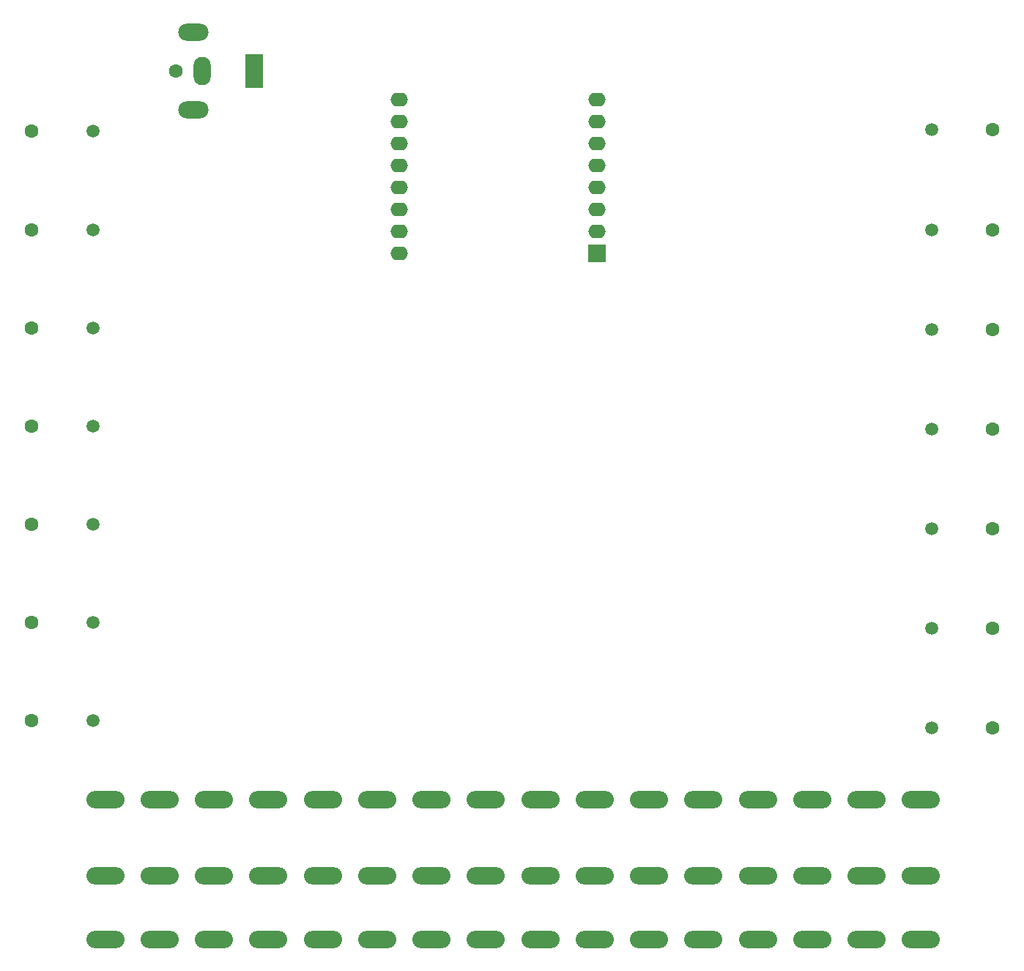
<source format=gbr>
%TF.GenerationSoftware,KiCad,Pcbnew,8.0.5*%
%TF.CreationDate,2024-12-17T00:57:55+08:00*%
%TF.ProjectId,hardware,68617264-7761-4726-952e-6b696361645f,rev?*%
%TF.SameCoordinates,Original*%
%TF.FileFunction,Soldermask,Bot*%
%TF.FilePolarity,Negative*%
%FSLAX46Y46*%
G04 Gerber Fmt 4.6, Leading zero omitted, Abs format (unit mm)*
G04 Created by KiCad (PCBNEW 8.0.5) date 2024-12-17 00:57:55*
%MOMM*%
%LPD*%
G01*
G04 APERTURE LIST*
%ADD10R,2.000000X2.000000*%
%ADD11O,2.000000X1.600000*%
%ADD12O,4.404000X2.004000*%
%ADD13C,1.500000*%
%ADD14C,1.600000*%
%ADD15R,2.000000X4.000000*%
%ADD16O,2.000000X3.300000*%
%ADD17O,3.500000X2.000000*%
G04 APERTURE END LIST*
D10*
%TO.C,U1*%
X229290000Y-70800000D03*
D11*
X229290000Y-68260000D03*
X229290000Y-65720000D03*
X229290000Y-63180000D03*
X229290000Y-60640000D03*
X229290000Y-58100000D03*
X229290000Y-55560000D03*
X229290000Y-53020000D03*
X206430000Y-53020000D03*
X206430000Y-55560000D03*
X206430000Y-58100000D03*
X206430000Y-60640000D03*
X206430000Y-63180000D03*
X206430000Y-65720000D03*
X206430000Y-68260000D03*
X206430000Y-70800000D03*
%TD*%
D12*
%TO.C,SW15*%
X260473334Y-134000000D03*
X260473334Y-150100000D03*
X260473334Y-142800000D03*
%TD*%
%TO.C,SW14*%
X254186668Y-134000000D03*
X254186668Y-150100000D03*
X254186668Y-142800000D03*
%TD*%
%TO.C,SW13*%
X247900002Y-134000000D03*
X247900002Y-150100000D03*
X247900002Y-142800000D03*
%TD*%
%TO.C,SW12*%
X241613336Y-134000000D03*
X241613336Y-150100000D03*
X241613336Y-142800000D03*
%TD*%
%TO.C,SW11*%
X235326670Y-134000000D03*
X235326670Y-150100000D03*
X235326670Y-142800000D03*
%TD*%
%TO.C,SW10*%
X229040004Y-134000000D03*
X229040004Y-150100000D03*
X229040004Y-142800000D03*
%TD*%
%TO.C,SW9*%
X222753338Y-134000000D03*
X222753338Y-150100000D03*
X222753338Y-142800000D03*
%TD*%
%TO.C,SW8*%
X216466672Y-134000000D03*
X216466672Y-150100000D03*
X216466672Y-142800000D03*
%TD*%
%TO.C,SW7*%
X210180006Y-134000000D03*
X210180006Y-150100000D03*
X210180006Y-142800000D03*
%TD*%
%TO.C,SW6*%
X203893340Y-134000000D03*
X203893340Y-150100000D03*
X203893340Y-142800000D03*
%TD*%
%TO.C,SW5*%
X197606674Y-134000000D03*
X197606674Y-150100000D03*
X197606674Y-142800000D03*
%TD*%
%TO.C,SW4*%
X191320008Y-134000000D03*
X191320008Y-150100000D03*
X191320008Y-142800000D03*
%TD*%
%TO.C,SW3*%
X185033342Y-134000000D03*
X185033342Y-150100000D03*
X185033342Y-142800000D03*
%TD*%
%TO.C,SW2*%
X178746676Y-134000000D03*
X178746676Y-150100000D03*
X178746676Y-142800000D03*
%TD*%
%TO.C,SW1*%
X172460010Y-134000000D03*
X172460010Y-150100000D03*
X172460010Y-142800000D03*
%TD*%
%TO.C,SW16*%
X266760000Y-134000000D03*
X266760000Y-150100000D03*
X266760000Y-142800000D03*
%TD*%
D13*
%TO.C,M12*%
X267950000Y-102641664D03*
D14*
X275050000Y-102641664D03*
%TD*%
%TO.C,M14*%
X275050000Y-125700000D03*
D13*
X267950000Y-125700000D03*
%TD*%
D14*
%TO.C,M13*%
X275050000Y-114170830D03*
D13*
X267950000Y-114170830D03*
%TD*%
%TO.C,M11*%
X267950000Y-91112498D03*
D14*
X275050000Y-91112498D03*
%TD*%
D13*
%TO.C,M9*%
X267950000Y-68054166D03*
D14*
X275050000Y-68054166D03*
%TD*%
D13*
%TO.C,M8*%
X267950000Y-56525000D03*
D14*
X275050000Y-56525000D03*
%TD*%
D13*
%TO.C,M7*%
X171015000Y-124850000D03*
D14*
X163915000Y-124850000D03*
%TD*%
%TO.C,M6*%
X163915000Y-113491665D03*
D13*
X171015000Y-113491665D03*
%TD*%
D14*
%TO.C,M5*%
X163915000Y-102133332D03*
D13*
X171015000Y-102133332D03*
%TD*%
D14*
%TO.C,M4*%
X163915000Y-90774999D03*
D13*
X171015000Y-90774999D03*
%TD*%
D14*
%TO.C,M3*%
X163915000Y-79416666D03*
D13*
X171015000Y-79416666D03*
%TD*%
D14*
%TO.C,M2*%
X163915000Y-68058333D03*
D13*
X171015000Y-68058333D03*
%TD*%
%TO.C,M1*%
X171015000Y-56700000D03*
D14*
X163915000Y-56700000D03*
%TD*%
%TO.C,J2*%
X180650000Y-49700000D03*
D15*
X189650000Y-49700000D03*
D16*
X183650000Y-49700000D03*
D17*
X182650000Y-45200000D03*
X182650000Y-54200000D03*
%TD*%
D13*
%TO.C,M10*%
X267950000Y-79583332D03*
D14*
X275050000Y-79583332D03*
%TD*%
M02*

</source>
